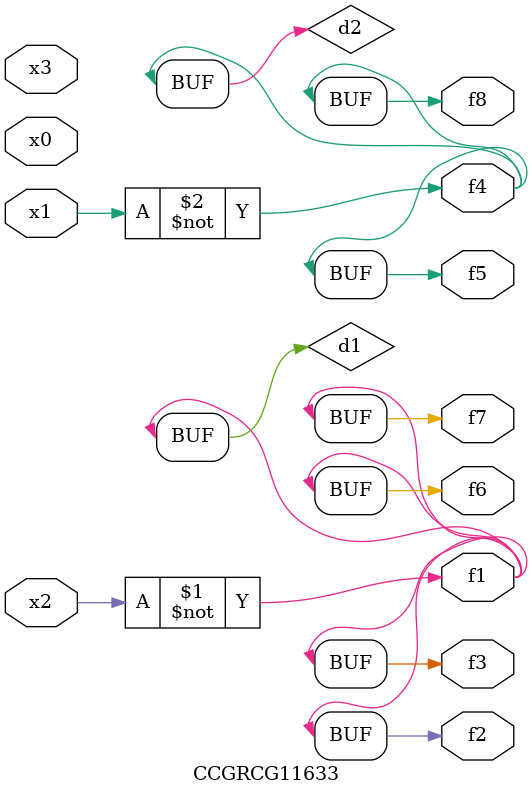
<source format=v>
module CCGRCG11633(
	input x0, x1, x2, x3,
	output f1, f2, f3, f4, f5, f6, f7, f8
);

	wire d1, d2;

	xnor (d1, x2);
	not (d2, x1);
	assign f1 = d1;
	assign f2 = d1;
	assign f3 = d1;
	assign f4 = d2;
	assign f5 = d2;
	assign f6 = d1;
	assign f7 = d1;
	assign f8 = d2;
endmodule

</source>
